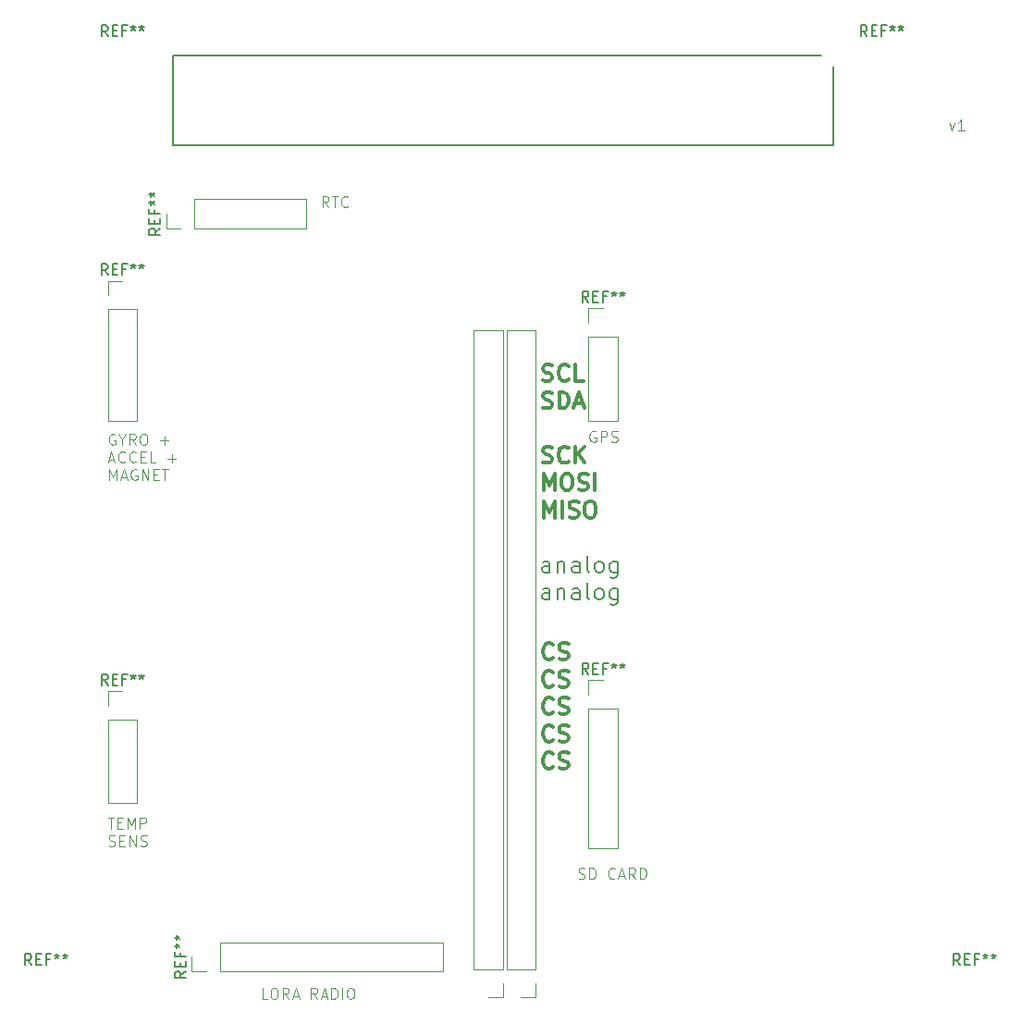
<source format=gbr>
%TF.GenerationSoftware,KiCad,Pcbnew,8.0.0*%
%TF.CreationDate,2025-01-17T03:21:02+02:00*%
%TF.ProjectId,diplomna_2024_sensors_pcb_layout,6469706c-6f6d-46e6-915f-323032345f73,rev?*%
%TF.SameCoordinates,Original*%
%TF.FileFunction,Legend,Top*%
%TF.FilePolarity,Positive*%
%FSLAX46Y46*%
G04 Gerber Fmt 4.6, Leading zero omitted, Abs format (unit mm)*
G04 Created by KiCad (PCBNEW 8.0.0) date 2025-01-17 03:21:02*
%MOMM*%
%LPD*%
G01*
G04 APERTURE LIST*
%ADD10C,0.100000*%
%ADD11C,0.187500*%
%ADD12C,0.300000*%
%ADD13C,0.150000*%
%ADD14C,0.120000*%
%ADD15C,0.200000*%
G04 APERTURE END LIST*
D10*
X244708646Y-59705752D02*
X244946741Y-60372419D01*
X244946741Y-60372419D02*
X245184836Y-59705752D01*
X246089598Y-60372419D02*
X245518170Y-60372419D01*
X245803884Y-60372419D02*
X245803884Y-59372419D01*
X245803884Y-59372419D02*
X245708646Y-59515276D01*
X245708646Y-59515276D02*
X245613408Y-59610514D01*
X245613408Y-59610514D02*
X245518170Y-59658133D01*
D11*
X208123355Y-103306678D02*
X208123355Y-102520964D01*
X208123355Y-102520964D02*
X208051926Y-102378107D01*
X208051926Y-102378107D02*
X207909069Y-102306678D01*
X207909069Y-102306678D02*
X207623355Y-102306678D01*
X207623355Y-102306678D02*
X207480497Y-102378107D01*
X208123355Y-103235250D02*
X207980497Y-103306678D01*
X207980497Y-103306678D02*
X207623355Y-103306678D01*
X207623355Y-103306678D02*
X207480497Y-103235250D01*
X207480497Y-103235250D02*
X207409069Y-103092392D01*
X207409069Y-103092392D02*
X207409069Y-102949535D01*
X207409069Y-102949535D02*
X207480497Y-102806678D01*
X207480497Y-102806678D02*
X207623355Y-102735250D01*
X207623355Y-102735250D02*
X207980497Y-102735250D01*
X207980497Y-102735250D02*
X208123355Y-102663821D01*
X208837640Y-102306678D02*
X208837640Y-103306678D01*
X208837640Y-102449535D02*
X208909069Y-102378107D01*
X208909069Y-102378107D02*
X209051926Y-102306678D01*
X209051926Y-102306678D02*
X209266212Y-102306678D01*
X209266212Y-102306678D02*
X209409069Y-102378107D01*
X209409069Y-102378107D02*
X209480498Y-102520964D01*
X209480498Y-102520964D02*
X209480498Y-103306678D01*
X210837641Y-103306678D02*
X210837641Y-102520964D01*
X210837641Y-102520964D02*
X210766212Y-102378107D01*
X210766212Y-102378107D02*
X210623355Y-102306678D01*
X210623355Y-102306678D02*
X210337641Y-102306678D01*
X210337641Y-102306678D02*
X210194783Y-102378107D01*
X210837641Y-103235250D02*
X210694783Y-103306678D01*
X210694783Y-103306678D02*
X210337641Y-103306678D01*
X210337641Y-103306678D02*
X210194783Y-103235250D01*
X210194783Y-103235250D02*
X210123355Y-103092392D01*
X210123355Y-103092392D02*
X210123355Y-102949535D01*
X210123355Y-102949535D02*
X210194783Y-102806678D01*
X210194783Y-102806678D02*
X210337641Y-102735250D01*
X210337641Y-102735250D02*
X210694783Y-102735250D01*
X210694783Y-102735250D02*
X210837641Y-102663821D01*
X211766212Y-103306678D02*
X211623355Y-103235250D01*
X211623355Y-103235250D02*
X211551926Y-103092392D01*
X211551926Y-103092392D02*
X211551926Y-101806678D01*
X212551926Y-103306678D02*
X212409069Y-103235250D01*
X212409069Y-103235250D02*
X212337640Y-103163821D01*
X212337640Y-103163821D02*
X212266212Y-103020964D01*
X212266212Y-103020964D02*
X212266212Y-102592392D01*
X212266212Y-102592392D02*
X212337640Y-102449535D01*
X212337640Y-102449535D02*
X212409069Y-102378107D01*
X212409069Y-102378107D02*
X212551926Y-102306678D01*
X212551926Y-102306678D02*
X212766212Y-102306678D01*
X212766212Y-102306678D02*
X212909069Y-102378107D01*
X212909069Y-102378107D02*
X212980498Y-102449535D01*
X212980498Y-102449535D02*
X213051926Y-102592392D01*
X213051926Y-102592392D02*
X213051926Y-103020964D01*
X213051926Y-103020964D02*
X212980498Y-103163821D01*
X212980498Y-103163821D02*
X212909069Y-103235250D01*
X212909069Y-103235250D02*
X212766212Y-103306678D01*
X212766212Y-103306678D02*
X212551926Y-103306678D01*
X214337641Y-102306678D02*
X214337641Y-103520964D01*
X214337641Y-103520964D02*
X214266212Y-103663821D01*
X214266212Y-103663821D02*
X214194783Y-103735250D01*
X214194783Y-103735250D02*
X214051926Y-103806678D01*
X214051926Y-103806678D02*
X213837641Y-103806678D01*
X213837641Y-103806678D02*
X213694783Y-103735250D01*
X214337641Y-103235250D02*
X214194783Y-103306678D01*
X214194783Y-103306678D02*
X213909069Y-103306678D01*
X213909069Y-103306678D02*
X213766212Y-103235250D01*
X213766212Y-103235250D02*
X213694783Y-103163821D01*
X213694783Y-103163821D02*
X213623355Y-103020964D01*
X213623355Y-103020964D02*
X213623355Y-102592392D01*
X213623355Y-102592392D02*
X213694783Y-102449535D01*
X213694783Y-102449535D02*
X213766212Y-102378107D01*
X213766212Y-102378107D02*
X213909069Y-102306678D01*
X213909069Y-102306678D02*
X214194783Y-102306678D01*
X214194783Y-102306678D02*
X214337641Y-102378107D01*
D12*
X208411653Y-111157971D02*
X208340225Y-111229400D01*
X208340225Y-111229400D02*
X208125939Y-111300828D01*
X208125939Y-111300828D02*
X207983082Y-111300828D01*
X207983082Y-111300828D02*
X207768796Y-111229400D01*
X207768796Y-111229400D02*
X207625939Y-111086542D01*
X207625939Y-111086542D02*
X207554510Y-110943685D01*
X207554510Y-110943685D02*
X207483082Y-110657971D01*
X207483082Y-110657971D02*
X207483082Y-110443685D01*
X207483082Y-110443685D02*
X207554510Y-110157971D01*
X207554510Y-110157971D02*
X207625939Y-110015114D01*
X207625939Y-110015114D02*
X207768796Y-109872257D01*
X207768796Y-109872257D02*
X207983082Y-109800828D01*
X207983082Y-109800828D02*
X208125939Y-109800828D01*
X208125939Y-109800828D02*
X208340225Y-109872257D01*
X208340225Y-109872257D02*
X208411653Y-109943685D01*
X208983082Y-111229400D02*
X209197368Y-111300828D01*
X209197368Y-111300828D02*
X209554510Y-111300828D01*
X209554510Y-111300828D02*
X209697368Y-111229400D01*
X209697368Y-111229400D02*
X209768796Y-111157971D01*
X209768796Y-111157971D02*
X209840225Y-111015114D01*
X209840225Y-111015114D02*
X209840225Y-110872257D01*
X209840225Y-110872257D02*
X209768796Y-110729400D01*
X209768796Y-110729400D02*
X209697368Y-110657971D01*
X209697368Y-110657971D02*
X209554510Y-110586542D01*
X209554510Y-110586542D02*
X209268796Y-110515114D01*
X209268796Y-110515114D02*
X209125939Y-110443685D01*
X209125939Y-110443685D02*
X209054510Y-110372257D01*
X209054510Y-110372257D02*
X208983082Y-110229400D01*
X208983082Y-110229400D02*
X208983082Y-110086542D01*
X208983082Y-110086542D02*
X209054510Y-109943685D01*
X209054510Y-109943685D02*
X209125939Y-109872257D01*
X209125939Y-109872257D02*
X209268796Y-109800828D01*
X209268796Y-109800828D02*
X209625939Y-109800828D01*
X209625939Y-109800828D02*
X209840225Y-109872257D01*
X207554510Y-95800828D02*
X207554510Y-94300828D01*
X207554510Y-94300828D02*
X208054510Y-95372257D01*
X208054510Y-95372257D02*
X208554510Y-94300828D01*
X208554510Y-94300828D02*
X208554510Y-95800828D01*
X209268796Y-95800828D02*
X209268796Y-94300828D01*
X209911654Y-95729400D02*
X210125940Y-95800828D01*
X210125940Y-95800828D02*
X210483082Y-95800828D01*
X210483082Y-95800828D02*
X210625940Y-95729400D01*
X210625940Y-95729400D02*
X210697368Y-95657971D01*
X210697368Y-95657971D02*
X210768797Y-95515114D01*
X210768797Y-95515114D02*
X210768797Y-95372257D01*
X210768797Y-95372257D02*
X210697368Y-95229400D01*
X210697368Y-95229400D02*
X210625940Y-95157971D01*
X210625940Y-95157971D02*
X210483082Y-95086542D01*
X210483082Y-95086542D02*
X210197368Y-95015114D01*
X210197368Y-95015114D02*
X210054511Y-94943685D01*
X210054511Y-94943685D02*
X209983082Y-94872257D01*
X209983082Y-94872257D02*
X209911654Y-94729400D01*
X209911654Y-94729400D02*
X209911654Y-94586542D01*
X209911654Y-94586542D02*
X209983082Y-94443685D01*
X209983082Y-94443685D02*
X210054511Y-94372257D01*
X210054511Y-94372257D02*
X210197368Y-94300828D01*
X210197368Y-94300828D02*
X210554511Y-94300828D01*
X210554511Y-94300828D02*
X210768797Y-94372257D01*
X211697368Y-94300828D02*
X211983082Y-94300828D01*
X211983082Y-94300828D02*
X212125939Y-94372257D01*
X212125939Y-94372257D02*
X212268796Y-94515114D01*
X212268796Y-94515114D02*
X212340225Y-94800828D01*
X212340225Y-94800828D02*
X212340225Y-95300828D01*
X212340225Y-95300828D02*
X212268796Y-95586542D01*
X212268796Y-95586542D02*
X212125939Y-95729400D01*
X212125939Y-95729400D02*
X211983082Y-95800828D01*
X211983082Y-95800828D02*
X211697368Y-95800828D01*
X211697368Y-95800828D02*
X211554511Y-95729400D01*
X211554511Y-95729400D02*
X211411653Y-95586542D01*
X211411653Y-95586542D02*
X211340225Y-95300828D01*
X211340225Y-95300828D02*
X211340225Y-94800828D01*
X211340225Y-94800828D02*
X211411653Y-94515114D01*
X211411653Y-94515114D02*
X211554511Y-94372257D01*
X211554511Y-94372257D02*
X211697368Y-94300828D01*
X207483082Y-83229400D02*
X207697368Y-83300828D01*
X207697368Y-83300828D02*
X208054510Y-83300828D01*
X208054510Y-83300828D02*
X208197368Y-83229400D01*
X208197368Y-83229400D02*
X208268796Y-83157971D01*
X208268796Y-83157971D02*
X208340225Y-83015114D01*
X208340225Y-83015114D02*
X208340225Y-82872257D01*
X208340225Y-82872257D02*
X208268796Y-82729400D01*
X208268796Y-82729400D02*
X208197368Y-82657971D01*
X208197368Y-82657971D02*
X208054510Y-82586542D01*
X208054510Y-82586542D02*
X207768796Y-82515114D01*
X207768796Y-82515114D02*
X207625939Y-82443685D01*
X207625939Y-82443685D02*
X207554510Y-82372257D01*
X207554510Y-82372257D02*
X207483082Y-82229400D01*
X207483082Y-82229400D02*
X207483082Y-82086542D01*
X207483082Y-82086542D02*
X207554510Y-81943685D01*
X207554510Y-81943685D02*
X207625939Y-81872257D01*
X207625939Y-81872257D02*
X207768796Y-81800828D01*
X207768796Y-81800828D02*
X208125939Y-81800828D01*
X208125939Y-81800828D02*
X208340225Y-81872257D01*
X209840224Y-83157971D02*
X209768796Y-83229400D01*
X209768796Y-83229400D02*
X209554510Y-83300828D01*
X209554510Y-83300828D02*
X209411653Y-83300828D01*
X209411653Y-83300828D02*
X209197367Y-83229400D01*
X209197367Y-83229400D02*
X209054510Y-83086542D01*
X209054510Y-83086542D02*
X208983081Y-82943685D01*
X208983081Y-82943685D02*
X208911653Y-82657971D01*
X208911653Y-82657971D02*
X208911653Y-82443685D01*
X208911653Y-82443685D02*
X208983081Y-82157971D01*
X208983081Y-82157971D02*
X209054510Y-82015114D01*
X209054510Y-82015114D02*
X209197367Y-81872257D01*
X209197367Y-81872257D02*
X209411653Y-81800828D01*
X209411653Y-81800828D02*
X209554510Y-81800828D01*
X209554510Y-81800828D02*
X209768796Y-81872257D01*
X209768796Y-81872257D02*
X209840224Y-81943685D01*
X211197367Y-83300828D02*
X210483081Y-83300828D01*
X210483081Y-83300828D02*
X210483081Y-81800828D01*
X208411653Y-108657971D02*
X208340225Y-108729400D01*
X208340225Y-108729400D02*
X208125939Y-108800828D01*
X208125939Y-108800828D02*
X207983082Y-108800828D01*
X207983082Y-108800828D02*
X207768796Y-108729400D01*
X207768796Y-108729400D02*
X207625939Y-108586542D01*
X207625939Y-108586542D02*
X207554510Y-108443685D01*
X207554510Y-108443685D02*
X207483082Y-108157971D01*
X207483082Y-108157971D02*
X207483082Y-107943685D01*
X207483082Y-107943685D02*
X207554510Y-107657971D01*
X207554510Y-107657971D02*
X207625939Y-107515114D01*
X207625939Y-107515114D02*
X207768796Y-107372257D01*
X207768796Y-107372257D02*
X207983082Y-107300828D01*
X207983082Y-107300828D02*
X208125939Y-107300828D01*
X208125939Y-107300828D02*
X208340225Y-107372257D01*
X208340225Y-107372257D02*
X208411653Y-107443685D01*
X208983082Y-108729400D02*
X209197368Y-108800828D01*
X209197368Y-108800828D02*
X209554510Y-108800828D01*
X209554510Y-108800828D02*
X209697368Y-108729400D01*
X209697368Y-108729400D02*
X209768796Y-108657971D01*
X209768796Y-108657971D02*
X209840225Y-108515114D01*
X209840225Y-108515114D02*
X209840225Y-108372257D01*
X209840225Y-108372257D02*
X209768796Y-108229400D01*
X209768796Y-108229400D02*
X209697368Y-108157971D01*
X209697368Y-108157971D02*
X209554510Y-108086542D01*
X209554510Y-108086542D02*
X209268796Y-108015114D01*
X209268796Y-108015114D02*
X209125939Y-107943685D01*
X209125939Y-107943685D02*
X209054510Y-107872257D01*
X209054510Y-107872257D02*
X208983082Y-107729400D01*
X208983082Y-107729400D02*
X208983082Y-107586542D01*
X208983082Y-107586542D02*
X209054510Y-107443685D01*
X209054510Y-107443685D02*
X209125939Y-107372257D01*
X209125939Y-107372257D02*
X209268796Y-107300828D01*
X209268796Y-107300828D02*
X209625939Y-107300828D01*
X209625939Y-107300828D02*
X209840225Y-107372257D01*
D10*
X168327693Y-88200150D02*
X168232455Y-88152531D01*
X168232455Y-88152531D02*
X168089598Y-88152531D01*
X168089598Y-88152531D02*
X167946741Y-88200150D01*
X167946741Y-88200150D02*
X167851503Y-88295388D01*
X167851503Y-88295388D02*
X167803884Y-88390626D01*
X167803884Y-88390626D02*
X167756265Y-88581102D01*
X167756265Y-88581102D02*
X167756265Y-88723959D01*
X167756265Y-88723959D02*
X167803884Y-88914435D01*
X167803884Y-88914435D02*
X167851503Y-89009673D01*
X167851503Y-89009673D02*
X167946741Y-89104912D01*
X167946741Y-89104912D02*
X168089598Y-89152531D01*
X168089598Y-89152531D02*
X168184836Y-89152531D01*
X168184836Y-89152531D02*
X168327693Y-89104912D01*
X168327693Y-89104912D02*
X168375312Y-89057292D01*
X168375312Y-89057292D02*
X168375312Y-88723959D01*
X168375312Y-88723959D02*
X168184836Y-88723959D01*
X168994360Y-88676340D02*
X168994360Y-89152531D01*
X168661027Y-88152531D02*
X168994360Y-88676340D01*
X168994360Y-88676340D02*
X169327693Y-88152531D01*
X170232455Y-89152531D02*
X169899122Y-88676340D01*
X169661027Y-89152531D02*
X169661027Y-88152531D01*
X169661027Y-88152531D02*
X170041979Y-88152531D01*
X170041979Y-88152531D02*
X170137217Y-88200150D01*
X170137217Y-88200150D02*
X170184836Y-88247769D01*
X170184836Y-88247769D02*
X170232455Y-88343007D01*
X170232455Y-88343007D02*
X170232455Y-88485864D01*
X170232455Y-88485864D02*
X170184836Y-88581102D01*
X170184836Y-88581102D02*
X170137217Y-88628721D01*
X170137217Y-88628721D02*
X170041979Y-88676340D01*
X170041979Y-88676340D02*
X169661027Y-88676340D01*
X170851503Y-88152531D02*
X171041979Y-88152531D01*
X171041979Y-88152531D02*
X171137217Y-88200150D01*
X171137217Y-88200150D02*
X171232455Y-88295388D01*
X171232455Y-88295388D02*
X171280074Y-88485864D01*
X171280074Y-88485864D02*
X171280074Y-88819197D01*
X171280074Y-88819197D02*
X171232455Y-89009673D01*
X171232455Y-89009673D02*
X171137217Y-89104912D01*
X171137217Y-89104912D02*
X171041979Y-89152531D01*
X171041979Y-89152531D02*
X170851503Y-89152531D01*
X170851503Y-89152531D02*
X170756265Y-89104912D01*
X170756265Y-89104912D02*
X170661027Y-89009673D01*
X170661027Y-89009673D02*
X170613408Y-88819197D01*
X170613408Y-88819197D02*
X170613408Y-88485864D01*
X170613408Y-88485864D02*
X170661027Y-88295388D01*
X170661027Y-88295388D02*
X170756265Y-88200150D01*
X170756265Y-88200150D02*
X170851503Y-88152531D01*
X172470551Y-88771578D02*
X173232456Y-88771578D01*
X172851503Y-89152531D02*
X172851503Y-88390626D01*
X167756265Y-90476760D02*
X168232455Y-90476760D01*
X167661027Y-90762475D02*
X167994360Y-89762475D01*
X167994360Y-89762475D02*
X168327693Y-90762475D01*
X169232455Y-90667236D02*
X169184836Y-90714856D01*
X169184836Y-90714856D02*
X169041979Y-90762475D01*
X169041979Y-90762475D02*
X168946741Y-90762475D01*
X168946741Y-90762475D02*
X168803884Y-90714856D01*
X168803884Y-90714856D02*
X168708646Y-90619617D01*
X168708646Y-90619617D02*
X168661027Y-90524379D01*
X168661027Y-90524379D02*
X168613408Y-90333903D01*
X168613408Y-90333903D02*
X168613408Y-90191046D01*
X168613408Y-90191046D02*
X168661027Y-90000570D01*
X168661027Y-90000570D02*
X168708646Y-89905332D01*
X168708646Y-89905332D02*
X168803884Y-89810094D01*
X168803884Y-89810094D02*
X168946741Y-89762475D01*
X168946741Y-89762475D02*
X169041979Y-89762475D01*
X169041979Y-89762475D02*
X169184836Y-89810094D01*
X169184836Y-89810094D02*
X169232455Y-89857713D01*
X170232455Y-90667236D02*
X170184836Y-90714856D01*
X170184836Y-90714856D02*
X170041979Y-90762475D01*
X170041979Y-90762475D02*
X169946741Y-90762475D01*
X169946741Y-90762475D02*
X169803884Y-90714856D01*
X169803884Y-90714856D02*
X169708646Y-90619617D01*
X169708646Y-90619617D02*
X169661027Y-90524379D01*
X169661027Y-90524379D02*
X169613408Y-90333903D01*
X169613408Y-90333903D02*
X169613408Y-90191046D01*
X169613408Y-90191046D02*
X169661027Y-90000570D01*
X169661027Y-90000570D02*
X169708646Y-89905332D01*
X169708646Y-89905332D02*
X169803884Y-89810094D01*
X169803884Y-89810094D02*
X169946741Y-89762475D01*
X169946741Y-89762475D02*
X170041979Y-89762475D01*
X170041979Y-89762475D02*
X170184836Y-89810094D01*
X170184836Y-89810094D02*
X170232455Y-89857713D01*
X170661027Y-90238665D02*
X170994360Y-90238665D01*
X171137217Y-90762475D02*
X170661027Y-90762475D01*
X170661027Y-90762475D02*
X170661027Y-89762475D01*
X170661027Y-89762475D02*
X171137217Y-89762475D01*
X172041979Y-90762475D02*
X171565789Y-90762475D01*
X171565789Y-90762475D02*
X171565789Y-89762475D01*
X173137218Y-90381522D02*
X173899123Y-90381522D01*
X173518170Y-90762475D02*
X173518170Y-90000570D01*
X167803884Y-92372419D02*
X167803884Y-91372419D01*
X167803884Y-91372419D02*
X168137217Y-92086704D01*
X168137217Y-92086704D02*
X168470550Y-91372419D01*
X168470550Y-91372419D02*
X168470550Y-92372419D01*
X168899122Y-92086704D02*
X169375312Y-92086704D01*
X168803884Y-92372419D02*
X169137217Y-91372419D01*
X169137217Y-91372419D02*
X169470550Y-92372419D01*
X170327693Y-91420038D02*
X170232455Y-91372419D01*
X170232455Y-91372419D02*
X170089598Y-91372419D01*
X170089598Y-91372419D02*
X169946741Y-91420038D01*
X169946741Y-91420038D02*
X169851503Y-91515276D01*
X169851503Y-91515276D02*
X169803884Y-91610514D01*
X169803884Y-91610514D02*
X169756265Y-91800990D01*
X169756265Y-91800990D02*
X169756265Y-91943847D01*
X169756265Y-91943847D02*
X169803884Y-92134323D01*
X169803884Y-92134323D02*
X169851503Y-92229561D01*
X169851503Y-92229561D02*
X169946741Y-92324800D01*
X169946741Y-92324800D02*
X170089598Y-92372419D01*
X170089598Y-92372419D02*
X170184836Y-92372419D01*
X170184836Y-92372419D02*
X170327693Y-92324800D01*
X170327693Y-92324800D02*
X170375312Y-92277180D01*
X170375312Y-92277180D02*
X170375312Y-91943847D01*
X170375312Y-91943847D02*
X170184836Y-91943847D01*
X170803884Y-92372419D02*
X170803884Y-91372419D01*
X170803884Y-91372419D02*
X171375312Y-92372419D01*
X171375312Y-92372419D02*
X171375312Y-91372419D01*
X171851503Y-91848609D02*
X172184836Y-91848609D01*
X172327693Y-92372419D02*
X171851503Y-92372419D01*
X171851503Y-92372419D02*
X171851503Y-91372419D01*
X171851503Y-91372419D02*
X172327693Y-91372419D01*
X172613408Y-91372419D02*
X173184836Y-91372419D01*
X172899122Y-92372419D02*
X172899122Y-91372419D01*
X182280074Y-139872419D02*
X181803884Y-139872419D01*
X181803884Y-139872419D02*
X181803884Y-138872419D01*
X182803884Y-138872419D02*
X182994360Y-138872419D01*
X182994360Y-138872419D02*
X183089598Y-138920038D01*
X183089598Y-138920038D02*
X183184836Y-139015276D01*
X183184836Y-139015276D02*
X183232455Y-139205752D01*
X183232455Y-139205752D02*
X183232455Y-139539085D01*
X183232455Y-139539085D02*
X183184836Y-139729561D01*
X183184836Y-139729561D02*
X183089598Y-139824800D01*
X183089598Y-139824800D02*
X182994360Y-139872419D01*
X182994360Y-139872419D02*
X182803884Y-139872419D01*
X182803884Y-139872419D02*
X182708646Y-139824800D01*
X182708646Y-139824800D02*
X182613408Y-139729561D01*
X182613408Y-139729561D02*
X182565789Y-139539085D01*
X182565789Y-139539085D02*
X182565789Y-139205752D01*
X182565789Y-139205752D02*
X182613408Y-139015276D01*
X182613408Y-139015276D02*
X182708646Y-138920038D01*
X182708646Y-138920038D02*
X182803884Y-138872419D01*
X184232455Y-139872419D02*
X183899122Y-139396228D01*
X183661027Y-139872419D02*
X183661027Y-138872419D01*
X183661027Y-138872419D02*
X184041979Y-138872419D01*
X184041979Y-138872419D02*
X184137217Y-138920038D01*
X184137217Y-138920038D02*
X184184836Y-138967657D01*
X184184836Y-138967657D02*
X184232455Y-139062895D01*
X184232455Y-139062895D02*
X184232455Y-139205752D01*
X184232455Y-139205752D02*
X184184836Y-139300990D01*
X184184836Y-139300990D02*
X184137217Y-139348609D01*
X184137217Y-139348609D02*
X184041979Y-139396228D01*
X184041979Y-139396228D02*
X183661027Y-139396228D01*
X184613408Y-139586704D02*
X185089598Y-139586704D01*
X184518170Y-139872419D02*
X184851503Y-138872419D01*
X184851503Y-138872419D02*
X185184836Y-139872419D01*
X186851503Y-139872419D02*
X186518170Y-139396228D01*
X186280075Y-139872419D02*
X186280075Y-138872419D01*
X186280075Y-138872419D02*
X186661027Y-138872419D01*
X186661027Y-138872419D02*
X186756265Y-138920038D01*
X186756265Y-138920038D02*
X186803884Y-138967657D01*
X186803884Y-138967657D02*
X186851503Y-139062895D01*
X186851503Y-139062895D02*
X186851503Y-139205752D01*
X186851503Y-139205752D02*
X186803884Y-139300990D01*
X186803884Y-139300990D02*
X186756265Y-139348609D01*
X186756265Y-139348609D02*
X186661027Y-139396228D01*
X186661027Y-139396228D02*
X186280075Y-139396228D01*
X187232456Y-139586704D02*
X187708646Y-139586704D01*
X187137218Y-139872419D02*
X187470551Y-138872419D01*
X187470551Y-138872419D02*
X187803884Y-139872419D01*
X188137218Y-139872419D02*
X188137218Y-138872419D01*
X188137218Y-138872419D02*
X188375313Y-138872419D01*
X188375313Y-138872419D02*
X188518170Y-138920038D01*
X188518170Y-138920038D02*
X188613408Y-139015276D01*
X188613408Y-139015276D02*
X188661027Y-139110514D01*
X188661027Y-139110514D02*
X188708646Y-139300990D01*
X188708646Y-139300990D02*
X188708646Y-139443847D01*
X188708646Y-139443847D02*
X188661027Y-139634323D01*
X188661027Y-139634323D02*
X188613408Y-139729561D01*
X188613408Y-139729561D02*
X188518170Y-139824800D01*
X188518170Y-139824800D02*
X188375313Y-139872419D01*
X188375313Y-139872419D02*
X188137218Y-139872419D01*
X189137218Y-139872419D02*
X189137218Y-138872419D01*
X189803884Y-138872419D02*
X189994360Y-138872419D01*
X189994360Y-138872419D02*
X190089598Y-138920038D01*
X190089598Y-138920038D02*
X190184836Y-139015276D01*
X190184836Y-139015276D02*
X190232455Y-139205752D01*
X190232455Y-139205752D02*
X190232455Y-139539085D01*
X190232455Y-139539085D02*
X190184836Y-139729561D01*
X190184836Y-139729561D02*
X190089598Y-139824800D01*
X190089598Y-139824800D02*
X189994360Y-139872419D01*
X189994360Y-139872419D02*
X189803884Y-139872419D01*
X189803884Y-139872419D02*
X189708646Y-139824800D01*
X189708646Y-139824800D02*
X189613408Y-139729561D01*
X189613408Y-139729561D02*
X189565789Y-139539085D01*
X189565789Y-139539085D02*
X189565789Y-139205752D01*
X189565789Y-139205752D02*
X189613408Y-139015276D01*
X189613408Y-139015276D02*
X189708646Y-138920038D01*
X189708646Y-138920038D02*
X189803884Y-138872419D01*
X210756265Y-128824800D02*
X210899122Y-128872419D01*
X210899122Y-128872419D02*
X211137217Y-128872419D01*
X211137217Y-128872419D02*
X211232455Y-128824800D01*
X211232455Y-128824800D02*
X211280074Y-128777180D01*
X211280074Y-128777180D02*
X211327693Y-128681942D01*
X211327693Y-128681942D02*
X211327693Y-128586704D01*
X211327693Y-128586704D02*
X211280074Y-128491466D01*
X211280074Y-128491466D02*
X211232455Y-128443847D01*
X211232455Y-128443847D02*
X211137217Y-128396228D01*
X211137217Y-128396228D02*
X210946741Y-128348609D01*
X210946741Y-128348609D02*
X210851503Y-128300990D01*
X210851503Y-128300990D02*
X210803884Y-128253371D01*
X210803884Y-128253371D02*
X210756265Y-128158133D01*
X210756265Y-128158133D02*
X210756265Y-128062895D01*
X210756265Y-128062895D02*
X210803884Y-127967657D01*
X210803884Y-127967657D02*
X210851503Y-127920038D01*
X210851503Y-127920038D02*
X210946741Y-127872419D01*
X210946741Y-127872419D02*
X211184836Y-127872419D01*
X211184836Y-127872419D02*
X211327693Y-127920038D01*
X211756265Y-128872419D02*
X211756265Y-127872419D01*
X211756265Y-127872419D02*
X211994360Y-127872419D01*
X211994360Y-127872419D02*
X212137217Y-127920038D01*
X212137217Y-127920038D02*
X212232455Y-128015276D01*
X212232455Y-128015276D02*
X212280074Y-128110514D01*
X212280074Y-128110514D02*
X212327693Y-128300990D01*
X212327693Y-128300990D02*
X212327693Y-128443847D01*
X212327693Y-128443847D02*
X212280074Y-128634323D01*
X212280074Y-128634323D02*
X212232455Y-128729561D01*
X212232455Y-128729561D02*
X212137217Y-128824800D01*
X212137217Y-128824800D02*
X211994360Y-128872419D01*
X211994360Y-128872419D02*
X211756265Y-128872419D01*
X214089598Y-128777180D02*
X214041979Y-128824800D01*
X214041979Y-128824800D02*
X213899122Y-128872419D01*
X213899122Y-128872419D02*
X213803884Y-128872419D01*
X213803884Y-128872419D02*
X213661027Y-128824800D01*
X213661027Y-128824800D02*
X213565789Y-128729561D01*
X213565789Y-128729561D02*
X213518170Y-128634323D01*
X213518170Y-128634323D02*
X213470551Y-128443847D01*
X213470551Y-128443847D02*
X213470551Y-128300990D01*
X213470551Y-128300990D02*
X213518170Y-128110514D01*
X213518170Y-128110514D02*
X213565789Y-128015276D01*
X213565789Y-128015276D02*
X213661027Y-127920038D01*
X213661027Y-127920038D02*
X213803884Y-127872419D01*
X213803884Y-127872419D02*
X213899122Y-127872419D01*
X213899122Y-127872419D02*
X214041979Y-127920038D01*
X214041979Y-127920038D02*
X214089598Y-127967657D01*
X214470551Y-128586704D02*
X214946741Y-128586704D01*
X214375313Y-128872419D02*
X214708646Y-127872419D01*
X214708646Y-127872419D02*
X215041979Y-128872419D01*
X215946741Y-128872419D02*
X215613408Y-128396228D01*
X215375313Y-128872419D02*
X215375313Y-127872419D01*
X215375313Y-127872419D02*
X215756265Y-127872419D01*
X215756265Y-127872419D02*
X215851503Y-127920038D01*
X215851503Y-127920038D02*
X215899122Y-127967657D01*
X215899122Y-127967657D02*
X215946741Y-128062895D01*
X215946741Y-128062895D02*
X215946741Y-128205752D01*
X215946741Y-128205752D02*
X215899122Y-128300990D01*
X215899122Y-128300990D02*
X215851503Y-128348609D01*
X215851503Y-128348609D02*
X215756265Y-128396228D01*
X215756265Y-128396228D02*
X215375313Y-128396228D01*
X216375313Y-128872419D02*
X216375313Y-127872419D01*
X216375313Y-127872419D02*
X216613408Y-127872419D01*
X216613408Y-127872419D02*
X216756265Y-127920038D01*
X216756265Y-127920038D02*
X216851503Y-128015276D01*
X216851503Y-128015276D02*
X216899122Y-128110514D01*
X216899122Y-128110514D02*
X216946741Y-128300990D01*
X216946741Y-128300990D02*
X216946741Y-128443847D01*
X216946741Y-128443847D02*
X216899122Y-128634323D01*
X216899122Y-128634323D02*
X216851503Y-128729561D01*
X216851503Y-128729561D02*
X216756265Y-128824800D01*
X216756265Y-128824800D02*
X216613408Y-128872419D01*
X216613408Y-128872419D02*
X216375313Y-128872419D01*
D12*
X207483082Y-90729400D02*
X207697368Y-90800828D01*
X207697368Y-90800828D02*
X208054510Y-90800828D01*
X208054510Y-90800828D02*
X208197368Y-90729400D01*
X208197368Y-90729400D02*
X208268796Y-90657971D01*
X208268796Y-90657971D02*
X208340225Y-90515114D01*
X208340225Y-90515114D02*
X208340225Y-90372257D01*
X208340225Y-90372257D02*
X208268796Y-90229400D01*
X208268796Y-90229400D02*
X208197368Y-90157971D01*
X208197368Y-90157971D02*
X208054510Y-90086542D01*
X208054510Y-90086542D02*
X207768796Y-90015114D01*
X207768796Y-90015114D02*
X207625939Y-89943685D01*
X207625939Y-89943685D02*
X207554510Y-89872257D01*
X207554510Y-89872257D02*
X207483082Y-89729400D01*
X207483082Y-89729400D02*
X207483082Y-89586542D01*
X207483082Y-89586542D02*
X207554510Y-89443685D01*
X207554510Y-89443685D02*
X207625939Y-89372257D01*
X207625939Y-89372257D02*
X207768796Y-89300828D01*
X207768796Y-89300828D02*
X208125939Y-89300828D01*
X208125939Y-89300828D02*
X208340225Y-89372257D01*
X209840224Y-90657971D02*
X209768796Y-90729400D01*
X209768796Y-90729400D02*
X209554510Y-90800828D01*
X209554510Y-90800828D02*
X209411653Y-90800828D01*
X209411653Y-90800828D02*
X209197367Y-90729400D01*
X209197367Y-90729400D02*
X209054510Y-90586542D01*
X209054510Y-90586542D02*
X208983081Y-90443685D01*
X208983081Y-90443685D02*
X208911653Y-90157971D01*
X208911653Y-90157971D02*
X208911653Y-89943685D01*
X208911653Y-89943685D02*
X208983081Y-89657971D01*
X208983081Y-89657971D02*
X209054510Y-89515114D01*
X209054510Y-89515114D02*
X209197367Y-89372257D01*
X209197367Y-89372257D02*
X209411653Y-89300828D01*
X209411653Y-89300828D02*
X209554510Y-89300828D01*
X209554510Y-89300828D02*
X209768796Y-89372257D01*
X209768796Y-89372257D02*
X209840224Y-89443685D01*
X210483081Y-90800828D02*
X210483081Y-89300828D01*
X211340224Y-90800828D02*
X210697367Y-89943685D01*
X211340224Y-89300828D02*
X210483081Y-90157971D01*
D10*
X167661027Y-123262475D02*
X168232455Y-123262475D01*
X167946741Y-124262475D02*
X167946741Y-123262475D01*
X168565789Y-123738665D02*
X168899122Y-123738665D01*
X169041979Y-124262475D02*
X168565789Y-124262475D01*
X168565789Y-124262475D02*
X168565789Y-123262475D01*
X168565789Y-123262475D02*
X169041979Y-123262475D01*
X169470551Y-124262475D02*
X169470551Y-123262475D01*
X169470551Y-123262475D02*
X169803884Y-123976760D01*
X169803884Y-123976760D02*
X170137217Y-123262475D01*
X170137217Y-123262475D02*
X170137217Y-124262475D01*
X170613408Y-124262475D02*
X170613408Y-123262475D01*
X170613408Y-123262475D02*
X170994360Y-123262475D01*
X170994360Y-123262475D02*
X171089598Y-123310094D01*
X171089598Y-123310094D02*
X171137217Y-123357713D01*
X171137217Y-123357713D02*
X171184836Y-123452951D01*
X171184836Y-123452951D02*
X171184836Y-123595808D01*
X171184836Y-123595808D02*
X171137217Y-123691046D01*
X171137217Y-123691046D02*
X171089598Y-123738665D01*
X171089598Y-123738665D02*
X170994360Y-123786284D01*
X170994360Y-123786284D02*
X170613408Y-123786284D01*
X167756265Y-125824800D02*
X167899122Y-125872419D01*
X167899122Y-125872419D02*
X168137217Y-125872419D01*
X168137217Y-125872419D02*
X168232455Y-125824800D01*
X168232455Y-125824800D02*
X168280074Y-125777180D01*
X168280074Y-125777180D02*
X168327693Y-125681942D01*
X168327693Y-125681942D02*
X168327693Y-125586704D01*
X168327693Y-125586704D02*
X168280074Y-125491466D01*
X168280074Y-125491466D02*
X168232455Y-125443847D01*
X168232455Y-125443847D02*
X168137217Y-125396228D01*
X168137217Y-125396228D02*
X167946741Y-125348609D01*
X167946741Y-125348609D02*
X167851503Y-125300990D01*
X167851503Y-125300990D02*
X167803884Y-125253371D01*
X167803884Y-125253371D02*
X167756265Y-125158133D01*
X167756265Y-125158133D02*
X167756265Y-125062895D01*
X167756265Y-125062895D02*
X167803884Y-124967657D01*
X167803884Y-124967657D02*
X167851503Y-124920038D01*
X167851503Y-124920038D02*
X167946741Y-124872419D01*
X167946741Y-124872419D02*
X168184836Y-124872419D01*
X168184836Y-124872419D02*
X168327693Y-124920038D01*
X168756265Y-125348609D02*
X169089598Y-125348609D01*
X169232455Y-125872419D02*
X168756265Y-125872419D01*
X168756265Y-125872419D02*
X168756265Y-124872419D01*
X168756265Y-124872419D02*
X169232455Y-124872419D01*
X169661027Y-125872419D02*
X169661027Y-124872419D01*
X169661027Y-124872419D02*
X170232455Y-125872419D01*
X170232455Y-125872419D02*
X170232455Y-124872419D01*
X170661027Y-125824800D02*
X170803884Y-125872419D01*
X170803884Y-125872419D02*
X171041979Y-125872419D01*
X171041979Y-125872419D02*
X171137217Y-125824800D01*
X171137217Y-125824800D02*
X171184836Y-125777180D01*
X171184836Y-125777180D02*
X171232455Y-125681942D01*
X171232455Y-125681942D02*
X171232455Y-125586704D01*
X171232455Y-125586704D02*
X171184836Y-125491466D01*
X171184836Y-125491466D02*
X171137217Y-125443847D01*
X171137217Y-125443847D02*
X171041979Y-125396228D01*
X171041979Y-125396228D02*
X170851503Y-125348609D01*
X170851503Y-125348609D02*
X170756265Y-125300990D01*
X170756265Y-125300990D02*
X170708646Y-125253371D01*
X170708646Y-125253371D02*
X170661027Y-125158133D01*
X170661027Y-125158133D02*
X170661027Y-125062895D01*
X170661027Y-125062895D02*
X170708646Y-124967657D01*
X170708646Y-124967657D02*
X170756265Y-124920038D01*
X170756265Y-124920038D02*
X170851503Y-124872419D01*
X170851503Y-124872419D02*
X171089598Y-124872419D01*
X171089598Y-124872419D02*
X171232455Y-124920038D01*
D12*
X207554510Y-93300828D02*
X207554510Y-91800828D01*
X207554510Y-91800828D02*
X208054510Y-92872257D01*
X208054510Y-92872257D02*
X208554510Y-91800828D01*
X208554510Y-91800828D02*
X208554510Y-93300828D01*
X209554511Y-91800828D02*
X209840225Y-91800828D01*
X209840225Y-91800828D02*
X209983082Y-91872257D01*
X209983082Y-91872257D02*
X210125939Y-92015114D01*
X210125939Y-92015114D02*
X210197368Y-92300828D01*
X210197368Y-92300828D02*
X210197368Y-92800828D01*
X210197368Y-92800828D02*
X210125939Y-93086542D01*
X210125939Y-93086542D02*
X209983082Y-93229400D01*
X209983082Y-93229400D02*
X209840225Y-93300828D01*
X209840225Y-93300828D02*
X209554511Y-93300828D01*
X209554511Y-93300828D02*
X209411654Y-93229400D01*
X209411654Y-93229400D02*
X209268796Y-93086542D01*
X209268796Y-93086542D02*
X209197368Y-92800828D01*
X209197368Y-92800828D02*
X209197368Y-92300828D01*
X209197368Y-92300828D02*
X209268796Y-92015114D01*
X209268796Y-92015114D02*
X209411654Y-91872257D01*
X209411654Y-91872257D02*
X209554511Y-91800828D01*
X210768797Y-93229400D02*
X210983083Y-93300828D01*
X210983083Y-93300828D02*
X211340225Y-93300828D01*
X211340225Y-93300828D02*
X211483083Y-93229400D01*
X211483083Y-93229400D02*
X211554511Y-93157971D01*
X211554511Y-93157971D02*
X211625940Y-93015114D01*
X211625940Y-93015114D02*
X211625940Y-92872257D01*
X211625940Y-92872257D02*
X211554511Y-92729400D01*
X211554511Y-92729400D02*
X211483083Y-92657971D01*
X211483083Y-92657971D02*
X211340225Y-92586542D01*
X211340225Y-92586542D02*
X211054511Y-92515114D01*
X211054511Y-92515114D02*
X210911654Y-92443685D01*
X210911654Y-92443685D02*
X210840225Y-92372257D01*
X210840225Y-92372257D02*
X210768797Y-92229400D01*
X210768797Y-92229400D02*
X210768797Y-92086542D01*
X210768797Y-92086542D02*
X210840225Y-91943685D01*
X210840225Y-91943685D02*
X210911654Y-91872257D01*
X210911654Y-91872257D02*
X211054511Y-91800828D01*
X211054511Y-91800828D02*
X211411654Y-91800828D01*
X211411654Y-91800828D02*
X211625940Y-91872257D01*
X212268796Y-93300828D02*
X212268796Y-91800828D01*
D10*
X187875312Y-67372419D02*
X187541979Y-66896228D01*
X187303884Y-67372419D02*
X187303884Y-66372419D01*
X187303884Y-66372419D02*
X187684836Y-66372419D01*
X187684836Y-66372419D02*
X187780074Y-66420038D01*
X187780074Y-66420038D02*
X187827693Y-66467657D01*
X187827693Y-66467657D02*
X187875312Y-66562895D01*
X187875312Y-66562895D02*
X187875312Y-66705752D01*
X187875312Y-66705752D02*
X187827693Y-66800990D01*
X187827693Y-66800990D02*
X187780074Y-66848609D01*
X187780074Y-66848609D02*
X187684836Y-66896228D01*
X187684836Y-66896228D02*
X187303884Y-66896228D01*
X188161027Y-66372419D02*
X188732455Y-66372419D01*
X188446741Y-67372419D02*
X188446741Y-66372419D01*
X189637217Y-67277180D02*
X189589598Y-67324800D01*
X189589598Y-67324800D02*
X189446741Y-67372419D01*
X189446741Y-67372419D02*
X189351503Y-67372419D01*
X189351503Y-67372419D02*
X189208646Y-67324800D01*
X189208646Y-67324800D02*
X189113408Y-67229561D01*
X189113408Y-67229561D02*
X189065789Y-67134323D01*
X189065789Y-67134323D02*
X189018170Y-66943847D01*
X189018170Y-66943847D02*
X189018170Y-66800990D01*
X189018170Y-66800990D02*
X189065789Y-66610514D01*
X189065789Y-66610514D02*
X189113408Y-66515276D01*
X189113408Y-66515276D02*
X189208646Y-66420038D01*
X189208646Y-66420038D02*
X189351503Y-66372419D01*
X189351503Y-66372419D02*
X189446741Y-66372419D01*
X189446741Y-66372419D02*
X189589598Y-66420038D01*
X189589598Y-66420038D02*
X189637217Y-66467657D01*
D12*
X208411653Y-113657971D02*
X208340225Y-113729400D01*
X208340225Y-113729400D02*
X208125939Y-113800828D01*
X208125939Y-113800828D02*
X207983082Y-113800828D01*
X207983082Y-113800828D02*
X207768796Y-113729400D01*
X207768796Y-113729400D02*
X207625939Y-113586542D01*
X207625939Y-113586542D02*
X207554510Y-113443685D01*
X207554510Y-113443685D02*
X207483082Y-113157971D01*
X207483082Y-113157971D02*
X207483082Y-112943685D01*
X207483082Y-112943685D02*
X207554510Y-112657971D01*
X207554510Y-112657971D02*
X207625939Y-112515114D01*
X207625939Y-112515114D02*
X207768796Y-112372257D01*
X207768796Y-112372257D02*
X207983082Y-112300828D01*
X207983082Y-112300828D02*
X208125939Y-112300828D01*
X208125939Y-112300828D02*
X208340225Y-112372257D01*
X208340225Y-112372257D02*
X208411653Y-112443685D01*
X208983082Y-113729400D02*
X209197368Y-113800828D01*
X209197368Y-113800828D02*
X209554510Y-113800828D01*
X209554510Y-113800828D02*
X209697368Y-113729400D01*
X209697368Y-113729400D02*
X209768796Y-113657971D01*
X209768796Y-113657971D02*
X209840225Y-113515114D01*
X209840225Y-113515114D02*
X209840225Y-113372257D01*
X209840225Y-113372257D02*
X209768796Y-113229400D01*
X209768796Y-113229400D02*
X209697368Y-113157971D01*
X209697368Y-113157971D02*
X209554510Y-113086542D01*
X209554510Y-113086542D02*
X209268796Y-113015114D01*
X209268796Y-113015114D02*
X209125939Y-112943685D01*
X209125939Y-112943685D02*
X209054510Y-112872257D01*
X209054510Y-112872257D02*
X208983082Y-112729400D01*
X208983082Y-112729400D02*
X208983082Y-112586542D01*
X208983082Y-112586542D02*
X209054510Y-112443685D01*
X209054510Y-112443685D02*
X209125939Y-112372257D01*
X209125939Y-112372257D02*
X209268796Y-112300828D01*
X209268796Y-112300828D02*
X209625939Y-112300828D01*
X209625939Y-112300828D02*
X209840225Y-112372257D01*
X208411653Y-116157971D02*
X208340225Y-116229400D01*
X208340225Y-116229400D02*
X208125939Y-116300828D01*
X208125939Y-116300828D02*
X207983082Y-116300828D01*
X207983082Y-116300828D02*
X207768796Y-116229400D01*
X207768796Y-116229400D02*
X207625939Y-116086542D01*
X207625939Y-116086542D02*
X207554510Y-115943685D01*
X207554510Y-115943685D02*
X207483082Y-115657971D01*
X207483082Y-115657971D02*
X207483082Y-115443685D01*
X207483082Y-115443685D02*
X207554510Y-115157971D01*
X207554510Y-115157971D02*
X207625939Y-115015114D01*
X207625939Y-115015114D02*
X207768796Y-114872257D01*
X207768796Y-114872257D02*
X207983082Y-114800828D01*
X207983082Y-114800828D02*
X208125939Y-114800828D01*
X208125939Y-114800828D02*
X208340225Y-114872257D01*
X208340225Y-114872257D02*
X208411653Y-114943685D01*
X208983082Y-116229400D02*
X209197368Y-116300828D01*
X209197368Y-116300828D02*
X209554510Y-116300828D01*
X209554510Y-116300828D02*
X209697368Y-116229400D01*
X209697368Y-116229400D02*
X209768796Y-116157971D01*
X209768796Y-116157971D02*
X209840225Y-116015114D01*
X209840225Y-116015114D02*
X209840225Y-115872257D01*
X209840225Y-115872257D02*
X209768796Y-115729400D01*
X209768796Y-115729400D02*
X209697368Y-115657971D01*
X209697368Y-115657971D02*
X209554510Y-115586542D01*
X209554510Y-115586542D02*
X209268796Y-115515114D01*
X209268796Y-115515114D02*
X209125939Y-115443685D01*
X209125939Y-115443685D02*
X209054510Y-115372257D01*
X209054510Y-115372257D02*
X208983082Y-115229400D01*
X208983082Y-115229400D02*
X208983082Y-115086542D01*
X208983082Y-115086542D02*
X209054510Y-114943685D01*
X209054510Y-114943685D02*
X209125939Y-114872257D01*
X209125939Y-114872257D02*
X209268796Y-114800828D01*
X209268796Y-114800828D02*
X209625939Y-114800828D01*
X209625939Y-114800828D02*
X209840225Y-114872257D01*
D11*
X208123355Y-100806678D02*
X208123355Y-100020964D01*
X208123355Y-100020964D02*
X208051926Y-99878107D01*
X208051926Y-99878107D02*
X207909069Y-99806678D01*
X207909069Y-99806678D02*
X207623355Y-99806678D01*
X207623355Y-99806678D02*
X207480497Y-99878107D01*
X208123355Y-100735250D02*
X207980497Y-100806678D01*
X207980497Y-100806678D02*
X207623355Y-100806678D01*
X207623355Y-100806678D02*
X207480497Y-100735250D01*
X207480497Y-100735250D02*
X207409069Y-100592392D01*
X207409069Y-100592392D02*
X207409069Y-100449535D01*
X207409069Y-100449535D02*
X207480497Y-100306678D01*
X207480497Y-100306678D02*
X207623355Y-100235250D01*
X207623355Y-100235250D02*
X207980497Y-100235250D01*
X207980497Y-100235250D02*
X208123355Y-100163821D01*
X208837640Y-99806678D02*
X208837640Y-100806678D01*
X208837640Y-99949535D02*
X208909069Y-99878107D01*
X208909069Y-99878107D02*
X209051926Y-99806678D01*
X209051926Y-99806678D02*
X209266212Y-99806678D01*
X209266212Y-99806678D02*
X209409069Y-99878107D01*
X209409069Y-99878107D02*
X209480498Y-100020964D01*
X209480498Y-100020964D02*
X209480498Y-100806678D01*
X210837641Y-100806678D02*
X210837641Y-100020964D01*
X210837641Y-100020964D02*
X210766212Y-99878107D01*
X210766212Y-99878107D02*
X210623355Y-99806678D01*
X210623355Y-99806678D02*
X210337641Y-99806678D01*
X210337641Y-99806678D02*
X210194783Y-99878107D01*
X210837641Y-100735250D02*
X210694783Y-100806678D01*
X210694783Y-100806678D02*
X210337641Y-100806678D01*
X210337641Y-100806678D02*
X210194783Y-100735250D01*
X210194783Y-100735250D02*
X210123355Y-100592392D01*
X210123355Y-100592392D02*
X210123355Y-100449535D01*
X210123355Y-100449535D02*
X210194783Y-100306678D01*
X210194783Y-100306678D02*
X210337641Y-100235250D01*
X210337641Y-100235250D02*
X210694783Y-100235250D01*
X210694783Y-100235250D02*
X210837641Y-100163821D01*
X211766212Y-100806678D02*
X211623355Y-100735250D01*
X211623355Y-100735250D02*
X211551926Y-100592392D01*
X211551926Y-100592392D02*
X211551926Y-99306678D01*
X212551926Y-100806678D02*
X212409069Y-100735250D01*
X212409069Y-100735250D02*
X212337640Y-100663821D01*
X212337640Y-100663821D02*
X212266212Y-100520964D01*
X212266212Y-100520964D02*
X212266212Y-100092392D01*
X212266212Y-100092392D02*
X212337640Y-99949535D01*
X212337640Y-99949535D02*
X212409069Y-99878107D01*
X212409069Y-99878107D02*
X212551926Y-99806678D01*
X212551926Y-99806678D02*
X212766212Y-99806678D01*
X212766212Y-99806678D02*
X212909069Y-99878107D01*
X212909069Y-99878107D02*
X212980498Y-99949535D01*
X212980498Y-99949535D02*
X213051926Y-100092392D01*
X213051926Y-100092392D02*
X213051926Y-100520964D01*
X213051926Y-100520964D02*
X212980498Y-100663821D01*
X212980498Y-100663821D02*
X212909069Y-100735250D01*
X212909069Y-100735250D02*
X212766212Y-100806678D01*
X212766212Y-100806678D02*
X212551926Y-100806678D01*
X214337641Y-99806678D02*
X214337641Y-101020964D01*
X214337641Y-101020964D02*
X214266212Y-101163821D01*
X214266212Y-101163821D02*
X214194783Y-101235250D01*
X214194783Y-101235250D02*
X214051926Y-101306678D01*
X214051926Y-101306678D02*
X213837641Y-101306678D01*
X213837641Y-101306678D02*
X213694783Y-101235250D01*
X214337641Y-100735250D02*
X214194783Y-100806678D01*
X214194783Y-100806678D02*
X213909069Y-100806678D01*
X213909069Y-100806678D02*
X213766212Y-100735250D01*
X213766212Y-100735250D02*
X213694783Y-100663821D01*
X213694783Y-100663821D02*
X213623355Y-100520964D01*
X213623355Y-100520964D02*
X213623355Y-100092392D01*
X213623355Y-100092392D02*
X213694783Y-99949535D01*
X213694783Y-99949535D02*
X213766212Y-99878107D01*
X213766212Y-99878107D02*
X213909069Y-99806678D01*
X213909069Y-99806678D02*
X214194783Y-99806678D01*
X214194783Y-99806678D02*
X214337641Y-99878107D01*
D12*
X207483082Y-85729400D02*
X207697368Y-85800828D01*
X207697368Y-85800828D02*
X208054510Y-85800828D01*
X208054510Y-85800828D02*
X208197368Y-85729400D01*
X208197368Y-85729400D02*
X208268796Y-85657971D01*
X208268796Y-85657971D02*
X208340225Y-85515114D01*
X208340225Y-85515114D02*
X208340225Y-85372257D01*
X208340225Y-85372257D02*
X208268796Y-85229400D01*
X208268796Y-85229400D02*
X208197368Y-85157971D01*
X208197368Y-85157971D02*
X208054510Y-85086542D01*
X208054510Y-85086542D02*
X207768796Y-85015114D01*
X207768796Y-85015114D02*
X207625939Y-84943685D01*
X207625939Y-84943685D02*
X207554510Y-84872257D01*
X207554510Y-84872257D02*
X207483082Y-84729400D01*
X207483082Y-84729400D02*
X207483082Y-84586542D01*
X207483082Y-84586542D02*
X207554510Y-84443685D01*
X207554510Y-84443685D02*
X207625939Y-84372257D01*
X207625939Y-84372257D02*
X207768796Y-84300828D01*
X207768796Y-84300828D02*
X208125939Y-84300828D01*
X208125939Y-84300828D02*
X208340225Y-84372257D01*
X208983081Y-85800828D02*
X208983081Y-84300828D01*
X208983081Y-84300828D02*
X209340224Y-84300828D01*
X209340224Y-84300828D02*
X209554510Y-84372257D01*
X209554510Y-84372257D02*
X209697367Y-84515114D01*
X209697367Y-84515114D02*
X209768796Y-84657971D01*
X209768796Y-84657971D02*
X209840224Y-84943685D01*
X209840224Y-84943685D02*
X209840224Y-85157971D01*
X209840224Y-85157971D02*
X209768796Y-85443685D01*
X209768796Y-85443685D02*
X209697367Y-85586542D01*
X209697367Y-85586542D02*
X209554510Y-85729400D01*
X209554510Y-85729400D02*
X209340224Y-85800828D01*
X209340224Y-85800828D02*
X208983081Y-85800828D01*
X210411653Y-85372257D02*
X211125939Y-85372257D01*
X210268796Y-85800828D02*
X210768796Y-84300828D01*
X210768796Y-84300828D02*
X211268796Y-85800828D01*
X208411653Y-118657971D02*
X208340225Y-118729400D01*
X208340225Y-118729400D02*
X208125939Y-118800828D01*
X208125939Y-118800828D02*
X207983082Y-118800828D01*
X207983082Y-118800828D02*
X207768796Y-118729400D01*
X207768796Y-118729400D02*
X207625939Y-118586542D01*
X207625939Y-118586542D02*
X207554510Y-118443685D01*
X207554510Y-118443685D02*
X207483082Y-118157971D01*
X207483082Y-118157971D02*
X207483082Y-117943685D01*
X207483082Y-117943685D02*
X207554510Y-117657971D01*
X207554510Y-117657971D02*
X207625939Y-117515114D01*
X207625939Y-117515114D02*
X207768796Y-117372257D01*
X207768796Y-117372257D02*
X207983082Y-117300828D01*
X207983082Y-117300828D02*
X208125939Y-117300828D01*
X208125939Y-117300828D02*
X208340225Y-117372257D01*
X208340225Y-117372257D02*
X208411653Y-117443685D01*
X208983082Y-118729400D02*
X209197368Y-118800828D01*
X209197368Y-118800828D02*
X209554510Y-118800828D01*
X209554510Y-118800828D02*
X209697368Y-118729400D01*
X209697368Y-118729400D02*
X209768796Y-118657971D01*
X209768796Y-118657971D02*
X209840225Y-118515114D01*
X209840225Y-118515114D02*
X209840225Y-118372257D01*
X209840225Y-118372257D02*
X209768796Y-118229400D01*
X209768796Y-118229400D02*
X209697368Y-118157971D01*
X209697368Y-118157971D02*
X209554510Y-118086542D01*
X209554510Y-118086542D02*
X209268796Y-118015114D01*
X209268796Y-118015114D02*
X209125939Y-117943685D01*
X209125939Y-117943685D02*
X209054510Y-117872257D01*
X209054510Y-117872257D02*
X208983082Y-117729400D01*
X208983082Y-117729400D02*
X208983082Y-117586542D01*
X208983082Y-117586542D02*
X209054510Y-117443685D01*
X209054510Y-117443685D02*
X209125939Y-117372257D01*
X209125939Y-117372257D02*
X209268796Y-117300828D01*
X209268796Y-117300828D02*
X209625939Y-117300828D01*
X209625939Y-117300828D02*
X209840225Y-117372257D01*
D10*
X212327693Y-87920038D02*
X212232455Y-87872419D01*
X212232455Y-87872419D02*
X212089598Y-87872419D01*
X212089598Y-87872419D02*
X211946741Y-87920038D01*
X211946741Y-87920038D02*
X211851503Y-88015276D01*
X211851503Y-88015276D02*
X211803884Y-88110514D01*
X211803884Y-88110514D02*
X211756265Y-88300990D01*
X211756265Y-88300990D02*
X211756265Y-88443847D01*
X211756265Y-88443847D02*
X211803884Y-88634323D01*
X211803884Y-88634323D02*
X211851503Y-88729561D01*
X211851503Y-88729561D02*
X211946741Y-88824800D01*
X211946741Y-88824800D02*
X212089598Y-88872419D01*
X212089598Y-88872419D02*
X212184836Y-88872419D01*
X212184836Y-88872419D02*
X212327693Y-88824800D01*
X212327693Y-88824800D02*
X212375312Y-88777180D01*
X212375312Y-88777180D02*
X212375312Y-88443847D01*
X212375312Y-88443847D02*
X212184836Y-88443847D01*
X212803884Y-88872419D02*
X212803884Y-87872419D01*
X212803884Y-87872419D02*
X213184836Y-87872419D01*
X213184836Y-87872419D02*
X213280074Y-87920038D01*
X213280074Y-87920038D02*
X213327693Y-87967657D01*
X213327693Y-87967657D02*
X213375312Y-88062895D01*
X213375312Y-88062895D02*
X213375312Y-88205752D01*
X213375312Y-88205752D02*
X213327693Y-88300990D01*
X213327693Y-88300990D02*
X213280074Y-88348609D01*
X213280074Y-88348609D02*
X213184836Y-88396228D01*
X213184836Y-88396228D02*
X212803884Y-88396228D01*
X213756265Y-88824800D02*
X213899122Y-88872419D01*
X213899122Y-88872419D02*
X214137217Y-88872419D01*
X214137217Y-88872419D02*
X214232455Y-88824800D01*
X214232455Y-88824800D02*
X214280074Y-88777180D01*
X214280074Y-88777180D02*
X214327693Y-88681942D01*
X214327693Y-88681942D02*
X214327693Y-88586704D01*
X214327693Y-88586704D02*
X214280074Y-88491466D01*
X214280074Y-88491466D02*
X214232455Y-88443847D01*
X214232455Y-88443847D02*
X214137217Y-88396228D01*
X214137217Y-88396228D02*
X213946741Y-88348609D01*
X213946741Y-88348609D02*
X213851503Y-88300990D01*
X213851503Y-88300990D02*
X213803884Y-88253371D01*
X213803884Y-88253371D02*
X213756265Y-88158133D01*
X213756265Y-88158133D02*
X213756265Y-88062895D01*
X213756265Y-88062895D02*
X213803884Y-87967657D01*
X213803884Y-87967657D02*
X213851503Y-87920038D01*
X213851503Y-87920038D02*
X213946741Y-87872419D01*
X213946741Y-87872419D02*
X214184836Y-87872419D01*
X214184836Y-87872419D02*
X214327693Y-87920038D01*
D13*
X167666666Y-51754819D02*
X167333333Y-51278628D01*
X167095238Y-51754819D02*
X167095238Y-50754819D01*
X167095238Y-50754819D02*
X167476190Y-50754819D01*
X167476190Y-50754819D02*
X167571428Y-50802438D01*
X167571428Y-50802438D02*
X167619047Y-50850057D01*
X167619047Y-50850057D02*
X167666666Y-50945295D01*
X167666666Y-50945295D02*
X167666666Y-51088152D01*
X167666666Y-51088152D02*
X167619047Y-51183390D01*
X167619047Y-51183390D02*
X167571428Y-51231009D01*
X167571428Y-51231009D02*
X167476190Y-51278628D01*
X167476190Y-51278628D02*
X167095238Y-51278628D01*
X168095238Y-51231009D02*
X168428571Y-51231009D01*
X168571428Y-51754819D02*
X168095238Y-51754819D01*
X168095238Y-51754819D02*
X168095238Y-50754819D01*
X168095238Y-50754819D02*
X168571428Y-50754819D01*
X169333333Y-51231009D02*
X169000000Y-51231009D01*
X169000000Y-51754819D02*
X169000000Y-50754819D01*
X169000000Y-50754819D02*
X169476190Y-50754819D01*
X170000000Y-50754819D02*
X170000000Y-50992914D01*
X169761905Y-50897676D02*
X170000000Y-50992914D01*
X170000000Y-50992914D02*
X170238095Y-50897676D01*
X169857143Y-51183390D02*
X170000000Y-50992914D01*
X170000000Y-50992914D02*
X170142857Y-51183390D01*
X170761905Y-50754819D02*
X170761905Y-50992914D01*
X170523810Y-50897676D02*
X170761905Y-50992914D01*
X170761905Y-50992914D02*
X171000000Y-50897676D01*
X170619048Y-51183390D02*
X170761905Y-50992914D01*
X170761905Y-50992914D02*
X170904762Y-51183390D01*
X172464819Y-69333333D02*
X171988628Y-69666666D01*
X172464819Y-69904761D02*
X171464819Y-69904761D01*
X171464819Y-69904761D02*
X171464819Y-69523809D01*
X171464819Y-69523809D02*
X171512438Y-69428571D01*
X171512438Y-69428571D02*
X171560057Y-69380952D01*
X171560057Y-69380952D02*
X171655295Y-69333333D01*
X171655295Y-69333333D02*
X171798152Y-69333333D01*
X171798152Y-69333333D02*
X171893390Y-69380952D01*
X171893390Y-69380952D02*
X171941009Y-69428571D01*
X171941009Y-69428571D02*
X171988628Y-69523809D01*
X171988628Y-69523809D02*
X171988628Y-69904761D01*
X171941009Y-68904761D02*
X171941009Y-68571428D01*
X172464819Y-68428571D02*
X172464819Y-68904761D01*
X172464819Y-68904761D02*
X171464819Y-68904761D01*
X171464819Y-68904761D02*
X171464819Y-68428571D01*
X171941009Y-67666666D02*
X171941009Y-67999999D01*
X172464819Y-67999999D02*
X171464819Y-67999999D01*
X171464819Y-67999999D02*
X171464819Y-67523809D01*
X171464819Y-66999999D02*
X171702914Y-66999999D01*
X171607676Y-67238094D02*
X171702914Y-66999999D01*
X171702914Y-66999999D02*
X171607676Y-66761904D01*
X171893390Y-67142856D02*
X171702914Y-66999999D01*
X171702914Y-66999999D02*
X171893390Y-66857142D01*
X171464819Y-66238094D02*
X171702914Y-66238094D01*
X171607676Y-66476189D02*
X171702914Y-66238094D01*
X171702914Y-66238094D02*
X171607676Y-65999999D01*
X171893390Y-66380951D02*
X171702914Y-66238094D01*
X171702914Y-66238094D02*
X171893390Y-66095237D01*
X211666666Y-110124819D02*
X211333333Y-109648628D01*
X211095238Y-110124819D02*
X211095238Y-109124819D01*
X211095238Y-109124819D02*
X211476190Y-109124819D01*
X211476190Y-109124819D02*
X211571428Y-109172438D01*
X211571428Y-109172438D02*
X211619047Y-109220057D01*
X211619047Y-109220057D02*
X211666666Y-109315295D01*
X211666666Y-109315295D02*
X211666666Y-109458152D01*
X211666666Y-109458152D02*
X211619047Y-109553390D01*
X211619047Y-109553390D02*
X211571428Y-109601009D01*
X211571428Y-109601009D02*
X211476190Y-109648628D01*
X211476190Y-109648628D02*
X211095238Y-109648628D01*
X212095238Y-109601009D02*
X212428571Y-109601009D01*
X212571428Y-110124819D02*
X212095238Y-110124819D01*
X212095238Y-110124819D02*
X212095238Y-109124819D01*
X212095238Y-109124819D02*
X212571428Y-109124819D01*
X213333333Y-109601009D02*
X213000000Y-109601009D01*
X213000000Y-110124819D02*
X213000000Y-109124819D01*
X213000000Y-109124819D02*
X213476190Y-109124819D01*
X214000000Y-109124819D02*
X214000000Y-109362914D01*
X213761905Y-109267676D02*
X214000000Y-109362914D01*
X214000000Y-109362914D02*
X214238095Y-109267676D01*
X213857143Y-109553390D02*
X214000000Y-109362914D01*
X214000000Y-109362914D02*
X214142857Y-109553390D01*
X214761905Y-109124819D02*
X214761905Y-109362914D01*
X214523810Y-109267676D02*
X214761905Y-109362914D01*
X214761905Y-109362914D02*
X215000000Y-109267676D01*
X214619048Y-109553390D02*
X214761905Y-109362914D01*
X214761905Y-109362914D02*
X214904762Y-109553390D01*
X167666666Y-73584819D02*
X167333333Y-73108628D01*
X167095238Y-73584819D02*
X167095238Y-72584819D01*
X167095238Y-72584819D02*
X167476190Y-72584819D01*
X167476190Y-72584819D02*
X167571428Y-72632438D01*
X167571428Y-72632438D02*
X167619047Y-72680057D01*
X167619047Y-72680057D02*
X167666666Y-72775295D01*
X167666666Y-72775295D02*
X167666666Y-72918152D01*
X167666666Y-72918152D02*
X167619047Y-73013390D01*
X167619047Y-73013390D02*
X167571428Y-73061009D01*
X167571428Y-73061009D02*
X167476190Y-73108628D01*
X167476190Y-73108628D02*
X167095238Y-73108628D01*
X168095238Y-73061009D02*
X168428571Y-73061009D01*
X168571428Y-73584819D02*
X168095238Y-73584819D01*
X168095238Y-73584819D02*
X168095238Y-72584819D01*
X168095238Y-72584819D02*
X168571428Y-72584819D01*
X169333333Y-73061009D02*
X169000000Y-73061009D01*
X169000000Y-73584819D02*
X169000000Y-72584819D01*
X169000000Y-72584819D02*
X169476190Y-72584819D01*
X170000000Y-72584819D02*
X170000000Y-72822914D01*
X169761905Y-72727676D02*
X170000000Y-72822914D01*
X170000000Y-72822914D02*
X170238095Y-72727676D01*
X169857143Y-73013390D02*
X170000000Y-72822914D01*
X170000000Y-72822914D02*
X170142857Y-73013390D01*
X170761905Y-72584819D02*
X170761905Y-72822914D01*
X170523810Y-72727676D02*
X170761905Y-72822914D01*
X170761905Y-72822914D02*
X171000000Y-72727676D01*
X170619048Y-73013390D02*
X170761905Y-72822914D01*
X170761905Y-72822914D02*
X170904762Y-73013390D01*
X237166666Y-51754819D02*
X236833333Y-51278628D01*
X236595238Y-51754819D02*
X236595238Y-50754819D01*
X236595238Y-50754819D02*
X236976190Y-50754819D01*
X236976190Y-50754819D02*
X237071428Y-50802438D01*
X237071428Y-50802438D02*
X237119047Y-50850057D01*
X237119047Y-50850057D02*
X237166666Y-50945295D01*
X237166666Y-50945295D02*
X237166666Y-51088152D01*
X237166666Y-51088152D02*
X237119047Y-51183390D01*
X237119047Y-51183390D02*
X237071428Y-51231009D01*
X237071428Y-51231009D02*
X236976190Y-51278628D01*
X236976190Y-51278628D02*
X236595238Y-51278628D01*
X237595238Y-51231009D02*
X237928571Y-51231009D01*
X238071428Y-51754819D02*
X237595238Y-51754819D01*
X237595238Y-51754819D02*
X237595238Y-50754819D01*
X237595238Y-50754819D02*
X238071428Y-50754819D01*
X238833333Y-51231009D02*
X238500000Y-51231009D01*
X238500000Y-51754819D02*
X238500000Y-50754819D01*
X238500000Y-50754819D02*
X238976190Y-50754819D01*
X239500000Y-50754819D02*
X239500000Y-50992914D01*
X239261905Y-50897676D02*
X239500000Y-50992914D01*
X239500000Y-50992914D02*
X239738095Y-50897676D01*
X239357143Y-51183390D02*
X239500000Y-50992914D01*
X239500000Y-50992914D02*
X239642857Y-51183390D01*
X240261905Y-50754819D02*
X240261905Y-50992914D01*
X240023810Y-50897676D02*
X240261905Y-50992914D01*
X240261905Y-50992914D02*
X240500000Y-50897676D01*
X240119048Y-51183390D02*
X240261905Y-50992914D01*
X240261905Y-50992914D02*
X240404762Y-51183390D01*
X174804819Y-137333333D02*
X174328628Y-137666666D01*
X174804819Y-137904761D02*
X173804819Y-137904761D01*
X173804819Y-137904761D02*
X173804819Y-137523809D01*
X173804819Y-137523809D02*
X173852438Y-137428571D01*
X173852438Y-137428571D02*
X173900057Y-137380952D01*
X173900057Y-137380952D02*
X173995295Y-137333333D01*
X173995295Y-137333333D02*
X174138152Y-137333333D01*
X174138152Y-137333333D02*
X174233390Y-137380952D01*
X174233390Y-137380952D02*
X174281009Y-137428571D01*
X174281009Y-137428571D02*
X174328628Y-137523809D01*
X174328628Y-137523809D02*
X174328628Y-137904761D01*
X174281009Y-136904761D02*
X174281009Y-136571428D01*
X174804819Y-136428571D02*
X174804819Y-136904761D01*
X174804819Y-136904761D02*
X173804819Y-136904761D01*
X173804819Y-136904761D02*
X173804819Y-136428571D01*
X174281009Y-135666666D02*
X174281009Y-135999999D01*
X174804819Y-135999999D02*
X173804819Y-135999999D01*
X173804819Y-135999999D02*
X173804819Y-135523809D01*
X173804819Y-134999999D02*
X174042914Y-134999999D01*
X173947676Y-135238094D02*
X174042914Y-134999999D01*
X174042914Y-134999999D02*
X173947676Y-134761904D01*
X174233390Y-135142856D02*
X174042914Y-134999999D01*
X174042914Y-134999999D02*
X174233390Y-134857142D01*
X173804819Y-134238094D02*
X174042914Y-134238094D01*
X173947676Y-134476189D02*
X174042914Y-134238094D01*
X174042914Y-134238094D02*
X173947676Y-133999999D01*
X174233390Y-134380951D02*
X174042914Y-134238094D01*
X174042914Y-134238094D02*
X174233390Y-134095237D01*
X167666666Y-111124819D02*
X167333333Y-110648628D01*
X167095238Y-111124819D02*
X167095238Y-110124819D01*
X167095238Y-110124819D02*
X167476190Y-110124819D01*
X167476190Y-110124819D02*
X167571428Y-110172438D01*
X167571428Y-110172438D02*
X167619047Y-110220057D01*
X167619047Y-110220057D02*
X167666666Y-110315295D01*
X167666666Y-110315295D02*
X167666666Y-110458152D01*
X167666666Y-110458152D02*
X167619047Y-110553390D01*
X167619047Y-110553390D02*
X167571428Y-110601009D01*
X167571428Y-110601009D02*
X167476190Y-110648628D01*
X167476190Y-110648628D02*
X167095238Y-110648628D01*
X168095238Y-110601009D02*
X168428571Y-110601009D01*
X168571428Y-111124819D02*
X168095238Y-111124819D01*
X168095238Y-111124819D02*
X168095238Y-110124819D01*
X168095238Y-110124819D02*
X168571428Y-110124819D01*
X169333333Y-110601009D02*
X169000000Y-110601009D01*
X169000000Y-111124819D02*
X169000000Y-110124819D01*
X169000000Y-110124819D02*
X169476190Y-110124819D01*
X170000000Y-110124819D02*
X170000000Y-110362914D01*
X169761905Y-110267676D02*
X170000000Y-110362914D01*
X170000000Y-110362914D02*
X170238095Y-110267676D01*
X169857143Y-110553390D02*
X170000000Y-110362914D01*
X170000000Y-110362914D02*
X170142857Y-110553390D01*
X170761905Y-110124819D02*
X170761905Y-110362914D01*
X170523810Y-110267676D02*
X170761905Y-110362914D01*
X170761905Y-110362914D02*
X171000000Y-110267676D01*
X170619048Y-110553390D02*
X170761905Y-110362914D01*
X170761905Y-110362914D02*
X170904762Y-110553390D01*
X211666666Y-76084819D02*
X211333333Y-75608628D01*
X211095238Y-76084819D02*
X211095238Y-75084819D01*
X211095238Y-75084819D02*
X211476190Y-75084819D01*
X211476190Y-75084819D02*
X211571428Y-75132438D01*
X211571428Y-75132438D02*
X211619047Y-75180057D01*
X211619047Y-75180057D02*
X211666666Y-75275295D01*
X211666666Y-75275295D02*
X211666666Y-75418152D01*
X211666666Y-75418152D02*
X211619047Y-75513390D01*
X211619047Y-75513390D02*
X211571428Y-75561009D01*
X211571428Y-75561009D02*
X211476190Y-75608628D01*
X211476190Y-75608628D02*
X211095238Y-75608628D01*
X212095238Y-75561009D02*
X212428571Y-75561009D01*
X212571428Y-76084819D02*
X212095238Y-76084819D01*
X212095238Y-76084819D02*
X212095238Y-75084819D01*
X212095238Y-75084819D02*
X212571428Y-75084819D01*
X213333333Y-75561009D02*
X213000000Y-75561009D01*
X213000000Y-76084819D02*
X213000000Y-75084819D01*
X213000000Y-75084819D02*
X213476190Y-75084819D01*
X214000000Y-75084819D02*
X214000000Y-75322914D01*
X213761905Y-75227676D02*
X214000000Y-75322914D01*
X214000000Y-75322914D02*
X214238095Y-75227676D01*
X213857143Y-75513390D02*
X214000000Y-75322914D01*
X214000000Y-75322914D02*
X214142857Y-75513390D01*
X214761905Y-75084819D02*
X214761905Y-75322914D01*
X214523810Y-75227676D02*
X214761905Y-75322914D01*
X214761905Y-75322914D02*
X215000000Y-75227676D01*
X214619048Y-75513390D02*
X214761905Y-75322914D01*
X214761905Y-75322914D02*
X214904762Y-75513390D01*
X160666666Y-136754819D02*
X160333333Y-136278628D01*
X160095238Y-136754819D02*
X160095238Y-135754819D01*
X160095238Y-135754819D02*
X160476190Y-135754819D01*
X160476190Y-135754819D02*
X160571428Y-135802438D01*
X160571428Y-135802438D02*
X160619047Y-135850057D01*
X160619047Y-135850057D02*
X160666666Y-135945295D01*
X160666666Y-135945295D02*
X160666666Y-136088152D01*
X160666666Y-136088152D02*
X160619047Y-136183390D01*
X160619047Y-136183390D02*
X160571428Y-136231009D01*
X160571428Y-136231009D02*
X160476190Y-136278628D01*
X160476190Y-136278628D02*
X160095238Y-136278628D01*
X161095238Y-136231009D02*
X161428571Y-136231009D01*
X161571428Y-136754819D02*
X161095238Y-136754819D01*
X161095238Y-136754819D02*
X161095238Y-135754819D01*
X161095238Y-135754819D02*
X161571428Y-135754819D01*
X162333333Y-136231009D02*
X162000000Y-136231009D01*
X162000000Y-136754819D02*
X162000000Y-135754819D01*
X162000000Y-135754819D02*
X162476190Y-135754819D01*
X163000000Y-135754819D02*
X163000000Y-135992914D01*
X162761905Y-135897676D02*
X163000000Y-135992914D01*
X163000000Y-135992914D02*
X163238095Y-135897676D01*
X162857143Y-136183390D02*
X163000000Y-135992914D01*
X163000000Y-135992914D02*
X163142857Y-136183390D01*
X163761905Y-135754819D02*
X163761905Y-135992914D01*
X163523810Y-135897676D02*
X163761905Y-135992914D01*
X163761905Y-135992914D02*
X164000000Y-135897676D01*
X163619048Y-136183390D02*
X163761905Y-135992914D01*
X163761905Y-135992914D02*
X163904762Y-136183390D01*
X245666666Y-136754819D02*
X245333333Y-136278628D01*
X245095238Y-136754819D02*
X245095238Y-135754819D01*
X245095238Y-135754819D02*
X245476190Y-135754819D01*
X245476190Y-135754819D02*
X245571428Y-135802438D01*
X245571428Y-135802438D02*
X245619047Y-135850057D01*
X245619047Y-135850057D02*
X245666666Y-135945295D01*
X245666666Y-135945295D02*
X245666666Y-136088152D01*
X245666666Y-136088152D02*
X245619047Y-136183390D01*
X245619047Y-136183390D02*
X245571428Y-136231009D01*
X245571428Y-136231009D02*
X245476190Y-136278628D01*
X245476190Y-136278628D02*
X245095238Y-136278628D01*
X246095238Y-136231009D02*
X246428571Y-136231009D01*
X246571428Y-136754819D02*
X246095238Y-136754819D01*
X246095238Y-136754819D02*
X246095238Y-135754819D01*
X246095238Y-135754819D02*
X246571428Y-135754819D01*
X247333333Y-136231009D02*
X247000000Y-136231009D01*
X247000000Y-136754819D02*
X247000000Y-135754819D01*
X247000000Y-135754819D02*
X247476190Y-135754819D01*
X248000000Y-135754819D02*
X248000000Y-135992914D01*
X247761905Y-135897676D02*
X248000000Y-135992914D01*
X248000000Y-135992914D02*
X248238095Y-135897676D01*
X247857143Y-136183390D02*
X248000000Y-135992914D01*
X248000000Y-135992914D02*
X248142857Y-136183390D01*
X248761905Y-135754819D02*
X248761905Y-135992914D01*
X248523810Y-135897676D02*
X248761905Y-135992914D01*
X248761905Y-135992914D02*
X249000000Y-135897676D01*
X248619048Y-136183390D02*
X248761905Y-135992914D01*
X248761905Y-135992914D02*
X248904762Y-136183390D01*
D14*
%TO.C,REF\u002A\u002A*%
X173010000Y-69330000D02*
X173010000Y-68000000D01*
X174340000Y-69330000D02*
X173010000Y-69330000D01*
X175610000Y-66670000D02*
X185830000Y-66670000D01*
X175610000Y-69330000D02*
X175610000Y-66670000D01*
X175610000Y-69330000D02*
X185830000Y-69330000D01*
X185830000Y-69330000D02*
X185830000Y-66670000D01*
X211670000Y-110670000D02*
X213000000Y-110670000D01*
X211670000Y-112000000D02*
X211670000Y-110670000D01*
X211670000Y-113270000D02*
X211670000Y-126030000D01*
X211670000Y-113270000D02*
X214330000Y-113270000D01*
X211670000Y-126030000D02*
X214330000Y-126030000D01*
X214330000Y-113270000D02*
X214330000Y-126030000D01*
X201170000Y-137130000D02*
X201170000Y-78650000D01*
X203830000Y-78650000D02*
X201170000Y-78650000D01*
X203830000Y-137130000D02*
X201170000Y-137130000D01*
X203830000Y-137130000D02*
X203830000Y-78650000D01*
X203830000Y-138400000D02*
X203830000Y-139730000D01*
X203830000Y-139730000D02*
X202500000Y-139730000D01*
X167670000Y-74130000D02*
X169000000Y-74130000D01*
X167670000Y-75460000D02*
X167670000Y-74130000D01*
X167670000Y-76730000D02*
X167670000Y-86950000D01*
X167670000Y-76730000D02*
X170330000Y-76730000D01*
X167670000Y-86950000D02*
X170330000Y-86950000D01*
X170330000Y-76730000D02*
X170330000Y-86950000D01*
X204170000Y-137130000D02*
X204170000Y-78650000D01*
X206830000Y-78650000D02*
X204170000Y-78650000D01*
X206830000Y-137130000D02*
X204170000Y-137130000D01*
X206830000Y-137130000D02*
X206830000Y-78650000D01*
X206830000Y-138400000D02*
X206830000Y-139730000D01*
X206830000Y-139730000D02*
X205500000Y-139730000D01*
X175350000Y-137330000D02*
X175350000Y-136000000D01*
X176680000Y-137330000D02*
X175350000Y-137330000D01*
X177950000Y-134670000D02*
X198330000Y-134670000D01*
X177950000Y-137330000D02*
X177950000Y-134670000D01*
X177950000Y-137330000D02*
X198330000Y-137330000D01*
X198330000Y-137330000D02*
X198330000Y-134670000D01*
X167670000Y-111670000D02*
X169000000Y-111670000D01*
X167670000Y-113000000D02*
X167670000Y-111670000D01*
X167670000Y-114270000D02*
X167670000Y-121950000D01*
X167670000Y-114270000D02*
X170330000Y-114270000D01*
X167670000Y-121950000D02*
X170330000Y-121950000D01*
X170330000Y-114270000D02*
X170330000Y-121950000D01*
X211670000Y-76630000D02*
X213000000Y-76630000D01*
X211670000Y-77960000D02*
X211670000Y-76630000D01*
X211670000Y-79230000D02*
X211670000Y-86910000D01*
X211670000Y-79230000D02*
X214330000Y-79230000D01*
X211670000Y-86910000D02*
X214330000Y-86910000D01*
X214330000Y-79230000D02*
X214330000Y-86910000D01*
D15*
%TO.C,J\u002A\u002A*%
X173600000Y-53500000D02*
X173600000Y-61700000D01*
X173600000Y-61700000D02*
X234100000Y-61700000D01*
X233000000Y-53500000D02*
X173600000Y-53500000D01*
X234100000Y-61700000D02*
X234100000Y-54500000D01*
%TD*%
M02*

</source>
